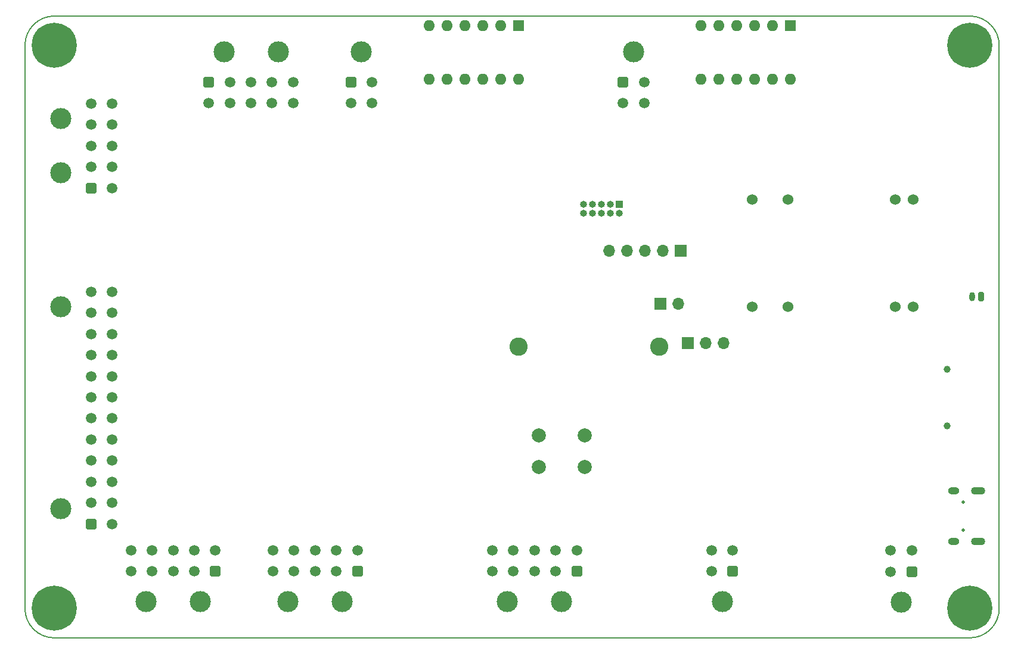
<source format=gbs>
G04 #@! TF.GenerationSoftware,KiCad,Pcbnew,7.0.6*
G04 #@! TF.CreationDate,2023-08-28T17:52:52+03:00*
G04 #@! TF.ProjectId,impeller,696d7065-6c6c-4657-922e-6b696361645f,rev?*
G04 #@! TF.SameCoordinates,Original*
G04 #@! TF.FileFunction,Soldermask,Bot*
G04 #@! TF.FilePolarity,Negative*
%FSLAX46Y46*%
G04 Gerber Fmt 4.6, Leading zero omitted, Abs format (unit mm)*
G04 Created by KiCad (PCBNEW 7.0.6) date 2023-08-28 17:52:52*
%MOMM*%
%LPD*%
G01*
G04 APERTURE LIST*
G04 Aperture macros list*
%AMRoundRect*
0 Rectangle with rounded corners*
0 $1 Rounding radius*
0 $2 $3 $4 $5 $6 $7 $8 $9 X,Y pos of 4 corners*
0 Add a 4 corners polygon primitive as box body*
4,1,4,$2,$3,$4,$5,$6,$7,$8,$9,$2,$3,0*
0 Add four circle primitives for the rounded corners*
1,1,$1+$1,$2,$3*
1,1,$1+$1,$4,$5*
1,1,$1+$1,$6,$7*
1,1,$1+$1,$8,$9*
0 Add four rect primitives between the rounded corners*
20,1,$1+$1,$2,$3,$4,$5,0*
20,1,$1+$1,$4,$5,$6,$7,0*
20,1,$1+$1,$6,$7,$8,$9,0*
20,1,$1+$1,$8,$9,$2,$3,0*%
G04 Aperture macros list end*
%ADD10C,0.800000*%
%ADD11C,6.400000*%
%ADD12C,3.000000*%
%ADD13RoundRect,0.250001X0.499999X0.499999X-0.499999X0.499999X-0.499999X-0.499999X0.499999X-0.499999X0*%
%ADD14C,1.500000*%
%ADD15RoundRect,0.250001X-0.499999X-0.499999X0.499999X-0.499999X0.499999X0.499999X-0.499999X0.499999X0*%
%ADD16C,0.500000*%
%ADD17O,2.000000X1.090000*%
%ADD18O,1.600000X1.050000*%
%ADD19R,1.000000X1.000000*%
%ADD20O,1.000000X1.000000*%
%ADD21C,2.000000*%
%ADD22C,1.000000*%
%ADD23R,1.700000X1.700000*%
%ADD24O,1.700000X1.700000*%
%ADD25RoundRect,0.250001X0.499999X-0.499999X0.499999X0.499999X-0.499999X0.499999X-0.499999X-0.499999X0*%
%ADD26RoundRect,0.200000X0.200000X0.450000X-0.200000X0.450000X-0.200000X-0.450000X0.200000X-0.450000X0*%
%ADD27O,0.800000X1.300000*%
%ADD28R,1.600000X1.600000*%
%ADD29O,1.600000X1.600000*%
%ADD30C,1.524000*%
%ADD31C,2.600000*%
G04 #@! TA.AperFunction,Profile*
%ADD32C,0.150000*%
G04 #@! TD*
G04 APERTURE END LIST*
D10*
X201827744Y-127786372D03*
X202530688Y-126089316D03*
X202530688Y-129483428D03*
X204227744Y-125386372D03*
D11*
X204227744Y-127786372D03*
D10*
X204227744Y-130186372D03*
X205924800Y-126089316D03*
X205924800Y-129483428D03*
X206627744Y-127786372D03*
D12*
X146252744Y-126866372D03*
X138552744Y-126866372D03*
D13*
X148412744Y-122546372D03*
D14*
X145412744Y-122546372D03*
X142412744Y-122546372D03*
X139412744Y-122546372D03*
X136412744Y-122546372D03*
X148412744Y-119546372D03*
X145412744Y-119546372D03*
X142412744Y-119546372D03*
X139412744Y-119546372D03*
X136412744Y-119546372D03*
D10*
X71827744Y-47786372D03*
X72530688Y-46089316D03*
X72530688Y-49483428D03*
X74227744Y-45386372D03*
D11*
X74227744Y-47786372D03*
D10*
X74227744Y-50186372D03*
X75924800Y-46089316D03*
X75924800Y-49483428D03*
X76627744Y-47786372D03*
D12*
X98292744Y-48666372D03*
X105992744Y-48666372D03*
D15*
X96132744Y-52986372D03*
D14*
X99132744Y-52986372D03*
X102132744Y-52986372D03*
X105132744Y-52986372D03*
X108132744Y-52986372D03*
X96132744Y-55986372D03*
X99132744Y-55986372D03*
X102132744Y-55986372D03*
X105132744Y-55986372D03*
X108132744Y-55986372D03*
D16*
X203281744Y-112706372D03*
X203281744Y-116706372D03*
D17*
X205431744Y-111106372D03*
D18*
X201981744Y-111106372D03*
D17*
X205431744Y-118306372D03*
D18*
X201981744Y-118306372D03*
D19*
X154472744Y-70371372D03*
D20*
X154472744Y-71641372D03*
X153202744Y-70371372D03*
X153202744Y-71641372D03*
X151932744Y-70371372D03*
X151932744Y-71641372D03*
X150662744Y-70371372D03*
X150662744Y-71641372D03*
X149392744Y-70371372D03*
X149392744Y-71641372D03*
D12*
X194517744Y-126876372D03*
D13*
X196017744Y-122556372D03*
D14*
X193017744Y-122556372D03*
X196017744Y-119556372D03*
X193017744Y-119556372D03*
D21*
X149522744Y-107726372D03*
X143022744Y-107726372D03*
X149522744Y-103226372D03*
X143022744Y-103226372D03*
D12*
X94932744Y-126856372D03*
X87232744Y-126856372D03*
D13*
X97092744Y-122536372D03*
D14*
X94092744Y-122536372D03*
X91092744Y-122536372D03*
X88092744Y-122536372D03*
X85092744Y-122536372D03*
X97092744Y-119536372D03*
X94092744Y-119536372D03*
X91092744Y-119536372D03*
X88092744Y-119536372D03*
X85092744Y-119536372D03*
D22*
X200992744Y-101829372D03*
X200992744Y-93829372D03*
D23*
X164232744Y-90086372D03*
D24*
X166772744Y-90086372D03*
X169312744Y-90086372D03*
D10*
X71827744Y-127786372D03*
X72530688Y-126089316D03*
X72530688Y-129483428D03*
X74227744Y-125386372D03*
D11*
X74227744Y-127786372D03*
D10*
X74227744Y-130186372D03*
X75924800Y-126089316D03*
X75924800Y-129483428D03*
X76627744Y-127786372D03*
D12*
X75112744Y-113626372D03*
X75112744Y-84926372D03*
D25*
X79432744Y-115786372D03*
D14*
X79432744Y-112786372D03*
X79432744Y-109786372D03*
X79432744Y-106786372D03*
X79432744Y-103786372D03*
X79432744Y-100786372D03*
X79432744Y-97786372D03*
X79432744Y-94786372D03*
X79432744Y-91786372D03*
X79432744Y-88786372D03*
X79432744Y-85786372D03*
X79432744Y-82786372D03*
X82432744Y-115786372D03*
X82432744Y-112786372D03*
X82432744Y-109786372D03*
X82432744Y-106786372D03*
X82432744Y-103786372D03*
X82432744Y-100786372D03*
X82432744Y-97786372D03*
X82432744Y-94786372D03*
X82432744Y-91786372D03*
X82432744Y-88786372D03*
X82432744Y-85786372D03*
X82432744Y-82786372D03*
D26*
X205842744Y-83496372D03*
D27*
X204592744Y-83496372D03*
D12*
X75112744Y-65886372D03*
X75112744Y-58186372D03*
D25*
X79432744Y-68046372D03*
D14*
X79432744Y-65046372D03*
X79432744Y-62046372D03*
X79432744Y-59046372D03*
X79432744Y-56046372D03*
X82432744Y-68046372D03*
X82432744Y-65046372D03*
X82432744Y-62046372D03*
X82432744Y-59046372D03*
X82432744Y-56046372D03*
D12*
X169072744Y-126866372D03*
D13*
X170572744Y-122546372D03*
D14*
X167572744Y-122546372D03*
X170572744Y-119546372D03*
X167572744Y-119546372D03*
D28*
X178762744Y-44916372D03*
D29*
X176222744Y-44916372D03*
X173682744Y-44916372D03*
X171142744Y-44916372D03*
X168602744Y-44916372D03*
X166062744Y-44916372D03*
X166062744Y-52536372D03*
X168602744Y-52536372D03*
X171142744Y-52536372D03*
X173682744Y-52536372D03*
X176222744Y-52536372D03*
X178762744Y-52536372D03*
D23*
X160277744Y-84486372D03*
D24*
X162817744Y-84486372D03*
D12*
X117837744Y-48666372D03*
D15*
X116337744Y-52986372D03*
D14*
X119337744Y-52986372D03*
X116337744Y-55986372D03*
X119337744Y-55986372D03*
D10*
X201827744Y-47786372D03*
X202530688Y-46089316D03*
X202530688Y-49483428D03*
X204227744Y-45386372D03*
D11*
X204227744Y-47786372D03*
D10*
X204227744Y-50186372D03*
X205924800Y-46089316D03*
X205924800Y-49483428D03*
X206627744Y-47786372D03*
D12*
X115092744Y-126856372D03*
X107392744Y-126856372D03*
D13*
X117252744Y-122536372D03*
D14*
X114252744Y-122536372D03*
X111252744Y-122536372D03*
X108252744Y-122536372D03*
X105252744Y-122536372D03*
X117252744Y-119536372D03*
X114252744Y-119536372D03*
X111252744Y-119536372D03*
X108252744Y-119536372D03*
X105252744Y-119536372D03*
D23*
X163142744Y-76926372D03*
D24*
X160602744Y-76926372D03*
X158062744Y-76926372D03*
X155522744Y-76926372D03*
X152982744Y-76926372D03*
D30*
X196172744Y-69646372D03*
X193632744Y-69646372D03*
X178392744Y-69646372D03*
X173312744Y-69646372D03*
X173312744Y-84886372D03*
X178392744Y-84886372D03*
X193632744Y-84886372D03*
X196172744Y-84886372D03*
D28*
X140112744Y-44926372D03*
D29*
X137572744Y-44926372D03*
X135032744Y-44926372D03*
X132492744Y-44926372D03*
X129952744Y-44926372D03*
X127412744Y-44926372D03*
X127412744Y-52546372D03*
X129952744Y-52546372D03*
X132492744Y-52546372D03*
X135032744Y-52546372D03*
X137572744Y-52546372D03*
X140112744Y-52546372D03*
D31*
X160152744Y-90576372D03*
X140152744Y-90576372D03*
D12*
X156487744Y-48666372D03*
D15*
X154987744Y-52986372D03*
D14*
X157987744Y-52986372D03*
X154987744Y-55986372D03*
X157987744Y-55986372D03*
D32*
X208427728Y-47786372D02*
G75*
G03*
X204227744Y-43586372I-4200028J-28D01*
G01*
X204227744Y-43586372D02*
X74227744Y-43586372D01*
X208427744Y-127786372D02*
X208427744Y-47786372D01*
X70027728Y-127786372D02*
G75*
G03*
X74227744Y-131986372I4199972J-28D01*
G01*
X70027744Y-47786372D02*
X70027744Y-127786372D01*
X204227744Y-131986444D02*
G75*
G03*
X208427744Y-127786372I-44J4200044D01*
G01*
X74227744Y-43586364D02*
G75*
G03*
X70027744Y-47786372I6J-4200006D01*
G01*
X74227744Y-131986372D02*
X204227744Y-131986372D01*
M02*

</source>
